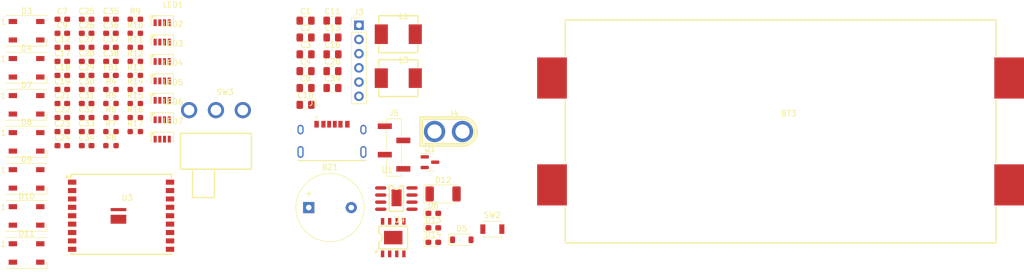
<source format=kicad_pcb>
(kicad_pcb (version 20221018) (generator pcbnew)
  (layers (0 "F.Cu" signal) (31 "B.Cu" signal) (34 "B.Paste" user) (35 "F.Paste" user) (36 "B.SilkS" user "B.Silkscreen") (37 "F.SilkS" user "F.Silkscreen") (38 "B.Mask" user) (39 "F.Mask" user) (44 "Edge.Cuts" user))
  (net 0 "")
  (net 1 "+BATT")
  (net 2 "GNDPWR")
  (net 3 "+3V3")
  (net 4 "Net-(BZ1-+)")
  (net 5 "Net-(U4-VIN)")
  (net 6 "Net-(U4-VBS)")
  (net 7 "Net-(U1-BOOT)")
  (net 8 "Net-(D12-K)")
  (net 9 "Net-(U1-SS)")
  (net 10 "Net-(C19-Pad1)")
  (net 11 "GNDD")
  (net 12 "/EN")
  (net 13 "Net-(LED7-VDD)")
  (net 14 "Net-(C37-Pad1)")
  (net 15 "Net-(U1-COMP)")
  (net 16 "Net-(D3-DOUT)")
  (net 17 "Net-(D3-DIN)")
  (net 19 "Net-(D6-K)")
  (net 20 "Net-(D6-A)")
  (net 21 "Net-(D7-DIN)")
  (net 22 "Net-(D8-DIN)")
  (net 23 "Net-(D11-DOUT)")
  (net 24 "Net-(D10-DOUT)")
  (net 25 "Net-(D10-DIN)")
  (net 26 "Net-(D13-A)")
  (net 27 "Net-(D14-A)")
  (net 30 "/IO9")
  (net 31 "/RXD")
  (net 32 "/TXD")
  (net 33 "Net-(J4-Pin_1)")
  (net 34 "/ESP_TX")
  (net 35 "/ESP_RX")
  (net 36 "Net-(U4-LX)")
  (net 37 "Net-(LED1-DI)")
  (net 38 "Net-(LED2-DI)")
  (net 39 "Net-(LED3-DI)")
  (net 40 "Net-(LED4-DI)")
  (net 41 "Net-(LED5-DI)")
  (net 42 "Net-(LED6-DI)")
  (net 43 "/RGB")
  (net 44 "Net-(Q1-G)")
  (net 45 "Net-(U3-IO8)")
  (net 46 "/beep")
  (net 47 "Net-(U4-ICHG)")
  (net 48 "/BAT_FB")
  (net 49 "Net-(U1-VSNS)")
  (footprint "Capacitor_SMD:C_0603_1608Metric_Pad1.08x0.95mm_HandSolder" (layer "F.Cu") (at 55.178 63.1)
    (fp_text reference "C36" (at 0 -1.43) (layer "F.SilkS"))
    (fp_text value "100n")
    (pad "1" smd roundrect (at -0.8625 0) (size 1.075 0.95) (layers "F.Cu" "F.Paste" "F.Mask") (net 2 "GNDPWR"))
    (pad "2" smd roundrect (at 0.8625 0) (size 1.075 0.95) (layers "F.Cu" "F.Paste" "F.Mask") (net 13 "Net-(LED7-VDD)"))
  )
  (footprint "Resistor_SMD:R_0603_1608Metric_Pad0.98x0.95mm_HandSolder" (layer "F.Cu") (at 55.178 73.14)
    (fp_text reference "R4" (at 0 -1.43) (layer "F.SilkS"))
    (fp_text value "10k")
    (pad "1" smd roundrect (at -0.9125 0) (size 0.975 0.95) (layers "F.Cu" "F.Paste" "F.Mask") (net 12 "/EN"))
    (pad "2" smd roundrect (at 0.9125 0) (size 0.975 0.95) (layers "F.Cu" "F.Paste" "F.Mask") (net 3 "+3V3"))
  )
  (footprint "Capacitor_SMD:C_0805_2012Metric_Pad1.18x1.45mm_HandSolder" (layer "F.Cu") (at 89.958 66.86)
    (fp_text reference "C3" (at 0 -1.68) (layer "F.SilkS"))
    (fp_text value "22u")
    (pad "1" smd roundrect (at -1.0375 0) (size 1.175 1.45) (layers "F.Cu" "F.Paste" "F.Mask") (roundrect_rratio 0.212766) (net 2 "GNDPWR"))
    (pad "2" smd roundrect (at 1.0375 0) (size 1.175 1.45) (layers "F.Cu" "F.Paste" "F.Mask") (roundrect_rratio 0.212766) (net 3 "+3V3"))
  )
  (footprint "Capacitor_SMD:C_0805_2012Metric_Pad1.18x1.45mm_HandSolder" (layer "F.Cu") (at 94.768 63.85)
    (fp_text reference "C13" (at 0 -1.68) (layer "F.SilkS"))
    (fp_text value "10u")
    (pad "1" smd roundrect (at -1.0375 0) (size 1.175 1.45) (layers "F.Cu" "F.Paste" "F.Mask") (roundrect_rratio 0.212766) (net 1 "+BATT"))
    (pad "2" smd roundrect (at 1.0375 0) (size 1.175 1.45) (layers "F.Cu" "F.Paste" "F.Mask") (roundrect_rratio 0.212766) (net 2 "GNDPWR"))
  )
  (footprint "Capacitor_SMD:C_0603_1608Metric_Pad1.08x0.95mm_HandSolder" (layer "F.Cu") (at 46.478 73.14)
    (fp_text reference "C19" (at 0 -1.43) (layer "F.SilkS"))
    (fp_text value "1n")
    (pad "1" smd roundrect (at -0.8625 0) (size 1.075 0.95) (layers "F.Cu" "F.Paste" "F.Mask") (net 10 "Net-(C19-Pad1)"))
    (pad "2" smd roundrect (at 0.8625 0) (size 1.075 0.95) (layers "F.Cu" "F.Paste" "F.Mask") (net 2 "GNDPWR"))
  )
  (footprint "Capacitor_SMD:C_0805_2012Metric_Pad1.18x1.45mm_HandSolder" (layer "F.Cu") (at 89.958 72.88)
    (fp_text reference "C8" (at 0 -1.68) (layer "F.SilkS"))
    (fp_text value "10u")
    (pad "1" smd roundrect (at -1.0375 0) (size 1.175 1.45) (layers "F.Cu" "F.Paste" "F.Mask") (roundrect_rratio 0.212766) (net 5 "Net-(U4-VIN)"))
    (pad "2" smd roundrect (at 1.0375 0) (size 1.175 1.45) (layers "F.Cu" "F.Paste" "F.Mask") (roundrect_rratio 0.212766) (net 2 "GNDPWR"))
  )
  (footprint "LED_SMD:LED_0603_1608Metric_Pad1.05x0.95mm_HandSolder" (layer "F.Cu") (at 112.793 100.46)
    (fp_text reference "D14" (at 0 -1.43) (layer "F.SilkS"))
    (fp_text value "LED")
    (pad "1" smd roundrect (at -0.875 0) (size 1.05 0.95) (layers "F.Cu" "F.Paste" "F.Mask") (net 2 "GNDPWR"))
    (pad "2" smd roundrect (at 0.875 0) (size 1.05 0.95) (layers "F.Cu" "F.Paste" "F.Mask") (net 27 "Net-(D14-A)"))
  )
  (footprint "Capacitor_SMD:C_0805_2012Metric_Pad1.18x1.45mm_HandSolder" (layer "F.Cu") (at 89.958 63.85)
    (fp_text reference "C2" (at 0 -1.68) (layer "F.SilkS"))
    (fp_text value "22u")
    (pad "1" smd roundrect (at -1.0375 0) (size 1.175 1.45) (layers "F.Cu" "F.Paste" "F.Mask") (roundrect_rratio 0.212766) (net 2 "GNDPWR"))
    (pad "2" smd roundrect (at 1.0375 0) (size 1.175 1.45) (layers "F.Cu" "F.Paste" "F.Mask") (roundrect_rratio 0.212766) (net 3 "+3V3"))
  )
  (footprint "Capacitor_SMD:C_0603_1608Metric_Pad1.08x0.95mm_HandSolder" (layer "F.Cu") (at 50.828 70.63)
    (fp_text reference "C29" (at 0 -1.43) (layer "F.SilkS"))
    (fp_text value "100n")
    (pad "1" smd roundrect (at -0.8625 0) (size 1.075 0.95) (layers "F.Cu" "F.Paste" "F.Mask") (net 2 "GNDPWR"))
    (pad "2" smd roundrect (at 0.8625 0) (size 1.075 0.95) (layers "F.Cu" "F.Paste" "F.Mask") (net 3 "+3V3"))
  )
  (footprint "Resistor_SMD:R_0603_1608Metric_Pad0.98x0.95mm_HandSolder" (layer "F.Cu") (at 59.528 60.59)
    (fp_text reference "R9" (at 0 -1.43) (layer "F.SilkS"))
    (fp_text value "7m")
    (pad "1" smd roundrect (at -0.9125 0) (size 0.975 0.95) (layers "F.Cu" "F.Paste" "F.Mask") (net 14 "Net-(C37-Pad1)"))
    (pad "2" smd roundrect (at 0.9125 0) (size 0.975 0.95) (layers "F.Cu" "F.Paste" "F.Mask") (net 1 "+BATT"))
  )
  (footprint "LED_SMD:LED_WS2812B_PLCC4_5.0x5.0mm_P3.2mm" (layer "F.Cu") (at 40.093 102.365)
    (fp_text reference "D11" (at 0 -3.5) (layer "F.SilkS"))
    (fp_text value "WS2812B")
    (fp_text user "1" (at -4.15 -1.6) (layer "F.SilkS"))
    (pad "1" smd rect (at -2.45 -1.65) (size 1.5 0.9) (layers "F.Cu" "F.Paste" "F.Mask") (net 3 "+3V3"))
    (pad "2" smd rect (at -2.45 1.65) (size 1.5 0.9) (layers "F.Cu" "F.Paste" "F.Mask") (net 23 "Net-(D11-DOUT)"))
    (pad "3" smd rect (at 2.45 1.65) (size 1.5 0.9) (layers "F.Cu" "F.Paste" "F.Mask") (net 2 "GNDPWR"))
    (pad "4" smd rect (at 2.45 -1.65) (size 1.5 0.9) (layers "F.Cu" "F.Paste" "F.Mask") (net 24 "Net-(D10-DOUT)"))
  )
  (footprint "Resistor_SMD:R_0603_1608Metric_Pad0.98x0.95mm_HandSolder" (layer "F.Cu") (at 59.528 80.67)
    (fp_text reference "R17" (at 0 -1.43) (layer "F.SilkS"))
    (fp_text value "1k")
    (pad "1" smd roundrect (at -0.9125 0) (size 0.975 0.95) (layers "F.Cu" "F.Paste" "F.Mask") (net 3 "+3V3"))
    (pad "2" smd roundrect (at 0.9125 0) (size 0.975 0.95) (layers "F.Cu" "F.Paste" "F.Mask") (net 27 "Net-(D14-A)"))
  )
  (footprint "Diode_SMD:D_SOD-123" (layer "F.Cu") (at 117.883 100.01)
    (fp_text reference "D5" (at 0 -2) (layer "F.SilkS"))
    (fp_text value "1N4148W")
    (pad "1" smd roundrect (at -1.65 0) (size 0.9 1.2) (layers "F.Cu" "F.Paste" "F.Mask") (net 3 "+3V3"))
    (pad "2" smd roundrect (at 1.65 0) (size 0.9 1.2) (layers "F.Cu" "F.Paste" "F.Mask") (net 4 "Net-(BZ1-+)"))
  )
  (footprint "bat_rf:LED-SMD_4P-L4.0-W1.7_M4020-03003-RGB-862-001" (layer "F.Cu") (at 64.333 61.205)
    (fp_text reference "LED1" (at 0 -3.207) (layer "F.SilkS") (effects (justify left)))
    (fp_text value "XL-4020RGBC-WS2812B")
    (pad "1" smd rect (at -1.26 0) (size 0.55 1.2) (layers "F.Cu" "F.Paste" "F.Mask") (net 2 "GNDPWR"))
    (pad "2" smd rect (at -0.42 0) (size 0.55 1.2) (layers "F.Cu" "F.Paste" "F.Mask") (net 25 "Net-(D10-DIN)"))
    (pad "3" smd rect (at 0.42 0) (size 0.55 1.2) (layers "F.Cu" "F.Paste" "F.Mask") (net 3 "+3V3"))
    (pad "4" smd rect (at 1.26 0) (size 0.55 1.2) (layers "F.Cu" "F.Paste" "F.Mask") (net 37 "Net-(LED1-DI)"))
  )
  (footprint "bat_rf:BAT-SMD_BH-18650-B1BA007" (layer "F.Cu") (at 174.865 80.645)
    (fp_text reference "BT3" (at 0 -3.207) (layer "F.SilkS") (effects (justify left)))
    (fp_text value "Battery")
    (pad "" np_thru_hole circle (at -27.7 0) (size 3.2 3.2) (drill 3.2) (layers "*.Cu" "*.Mask"))
    (pad "" np_thru_hole circle (at 27.7 0) (size 3.2 3.2) (drill 3.2) (layers "*.Cu" "*.Mask"))
    (pad "" np_thru_hole circle (at 35.93 17.4) (size 1.8 1.8) (drill 1.8) (layers "*.Cu" "*.Mask"))
    (pad "1" smd rect (at -40.855 -9.55) (size 5.32 7.35) (layers "F.Cu" "F.Paste" "F.Mask") (net 1 "+BATT"))
    (pad "2" smd rect (at 40.855 -9.55) (size 5.32 7.35) (layers "F.Cu" "F.Paste" "F.Mask") (net 2 "GNDPWR"))
    (pad "3" smd rect (at -40.855 9.55) (size 5.32 7.35) (layers "F.Cu" "F.Paste" "F.Mask"))
    (pad "4" smd rect (at 40.855 9.55) (size 5.32 7.35) (layers "F.Cu" "F.Paste" "F.Mask"))
  )
  (footprint "LED_SMD:LED_0603_1608Metric_Pad1.05x0.95mm_HandSolder" (layer "F.Cu") (at 112.793 97.87)
    (fp_text reference "D13" (at 0 -1.43) (layer "F.SilkS"))
    (fp_text value "LED")
    (pad "1" smd roundrect (at -0.875 0) (size 1.05 0.95) (layers "F.Cu" "F.Paste" "F.Mask") (net 2 "GNDPWR"))
    (pad "2" smd roundrect (at 0.875 0) (size 1.05 0.95) (layers "F.Cu" "F.Paste" "F.Mask") (net 26 "Net-(D13-A)"))
  )
  (footprint "bat_rf:LED-SMD_4P-L4.0-W1.7_M4020-03003-RGB-862-001" (layer "F.Cu") (at 64.333 64.675)
    (fp_text reference "LED2" (at 0 -3.207) (layer "F.SilkS") (effects (justify left)))
    (fp_text value "XL-4020RGBC-WS2812B")
    (pad "1" smd rect (at -1.26 0) (size 0.55 1.2) (layers "F.Cu" "F.Paste" "F.Mask") (net 2 "GNDPWR"))
    (pad "2" smd rect (at -0.42 0) (size 0.55 1.2) (layers "F.Cu" "F.Paste" "F.Mask") (net 37 "Net-(LED1-DI)"))
    (pad "3" smd rect (at 0.42 0) (size 0.55 1.2) (layers "F.Cu" "F.Paste" "F.Mask") (net 3 "+3V3"))
    (pad "4" smd rect (at 1.26 0) (size 0.55 1.2) (layers "F.Cu" "F.Paste" "F.Mask") (net 38 "Net-(LED2-DI)"))
  )
  (footprint "Package_TO_SOT_SMD:SOT-23" (layer "F.Cu") (at 112.198 86.14)
    (fp_text reference "Q1" (at 0 -2.4) (layer "F.SilkS"))
    (fp_text value "NMOS")
    (pad "1" smd roundrect (at -0.9375 -0.95) (size 1.475 0.6) (layers "F.Cu" "F.Paste" "F.Mask") (net 4 "Net-(BZ1-+)"))
    (pad "2" smd roundrect (at -0.9375 0.95) (size 1.475 0.6) (layers "F.Cu" "F.Paste" "F.Mask") (net 44 "Net-(Q1-G)"))
    (pad "3" smd roundrect (at 0.9375 0) (size 1.475 0.6) (layers "F.Cu" "F.Paste" "F.Mask") (net 2 "GNDPWR"))
  )
  (footprint "Resistor_SMD:R_0603_1608Metric_Pad0.98x0.95mm_HandSolder" (layer "F.Cu") (at 55.178 80.67)
    (fp_text reference "R7" (at 0 -1.43) (layer "F.SilkS"))
    (fp_text value "10k")
    (pad "1" smd roundrect (at -0.9125 0) (size 0.975 0.95) (layers "F.Cu" "F.Paste" "F.Mask") (net 2 "GNDPWR"))
    (pad "2" smd roundrect (at 0.9125 0) (size 0.975 0.95) (layers "F.Cu" "F.Paste" "F.Mask") (net 44 "Net-(Q1-G)"))
  )
  (footprint "Resistor_SMD:R_0603_1608Metric_Pad0.98x0.95mm_HandSolder" (layer "F.Cu") (at 55.178 78.16)
    (fp_text reference "R6" (at 0 -1.43) (layer "F.SilkS"))
    (fp_text value "100R")
    (pad "1" smd roundrect (at -0.9125 0) (size 0.975 0.95) (layers "F.Cu" "F.Paste" "F.Mask") (net 46 "/beep"))
    (pad "2" smd roundrect (at 0.9125 0) (size 0.975 0.95) (layers "F.Cu" "F.Paste" "F.Mask") (net 44 "Net-(Q1-G)"))
  )
  (footprint "LED_SMD:LED_WS2812B_PLCC4_5.0x5.0mm_P3.2mm" (layer "F.Cu") (at 40.093 95.745)
    (fp_text reference "D10" (at 0 -3.5) (layer "F.SilkS"))
    (fp_text value "WS2812B")
    (fp_text user "1" (at -4.15 -1.6) (layer "F.SilkS"))
    (pad "1" smd rect (at -2.45 -1.65) (size 1.5 0.9) (layers "F.Cu" "F.Paste" "F.Mask") (net 3 "+3V3"))
    (pad "2" smd rect (at -2.45 1.65) (size 1.5 0.9) (layers "F.Cu" "F.Paste" "F.Mask") (net 24 "Net-(D10-DOUT)"))
    (pad "3" smd rect (at 2.45 1.65) (size 1.5 0.9) (layers "F.Cu" "F.Paste" "F.Mask") (net 2 "GNDPWR"))
    (pad "4" smd rect (at 2.45 -1.65) (size 1.5 0.9) (layers "F.Cu" "F.Paste" "F.Mask") (net 25 "Net-(D10-DIN)"))
  )
  (footprint "Capacitor_SMD:C_0805_2012Metric_Pad1.18x1.45mm_HandSolder" (layer "F.Cu") (at 94.768 69.87)
    (fp_text reference "C20" (at 0 -1.68) (layer "F.SilkS"))
    (fp_text value "10u")
    (pad "1" smd roundrect (at -1.0375 0) (size 1.175 1.45) (layers "F.Cu" "F.Paste" "F.Mask") (roundrect_rratio 0.212766) (net 3 "+3V3"))
    (pad "2" smd roundrect (at 1.0375 0) (size 1.175 1.45) (layers "F.Cu" "F.Paste" "F.Mask") (roundrect_rratio 0.212766) (net 11 "GNDD"))
  )
  (footprint "bat_rf:LED-SMD_4P-L4.0-W1.7_M4020-03003-RGB-862-001" (layer "F.Cu") (at 64.333 71.615)
    (fp_text reference "LED4" (at 0 -3.207) (layer "F.SilkS") (effects (justify left)))
    (fp_text value "XL-4020RGBC-WS2812B")
    (pad "1" smd rect (at -1.26 0) (size 0.55 1.2) (layers "F.Cu" "F.Paste" "F.Mask") (net 2 "GNDPWR"))
    (pad "2" smd rect (at -0.42 0) (size 0.55 1.2) (layers "F.Cu" "F.Paste" "F.Mask") (net 39 "Net-(LED3-DI)"))
    (pad "3" smd rect (at 0.42 0) (size 0.55 1.2) (layers "F.Cu" "F.Paste" "F.Mask") (net 3 "+3V3"))
    (pad "4" smd rect (at 1.26 0) (size 0.55 1.2) (layers "F.Cu" "F.Paste" "F.Mask") (net 40 "Net-(LED4-DI)"))
  )
  (footprint "Resistor_SMD:R_0603_1608Metric_Pad0.98x0.95mm_HandSolder" (layer "F.Cu") (at 59.528 78.16)
    (fp_text reference "R16" (at 0 -1.43) (layer "F.SilkS"))
    (fp_text value "10.2k")
    (pad "1" smd roundrect (at -0.9125 0) (size 0.975 0.95) (layers "F.Cu" "F.Paste" "F.Mask") (net 2 "GNDPWR"))
    (pad "2" smd roundrect (at 0.9125 0) (size 0.975 0.95) (layers "F.Cu" "F.Paste" "F.Mask") (net 49 "Net-(U1-VSNS)"))
  )
  (footprint "Capacitor_SMD:C_0603_1608Metric_Pad1.08x0.95mm_HandSolder" (layer "F.Cu") (at 46.478 78.16)
    (fp_text reference "C22" (at 0 -1.43) (layer "F.SilkS"))
    (fp_text value "100n")
    (pad "1" smd roundrect (at -0.8625 0) (size 1.075 0.95) (layers "F.Cu" "F.Paste" "F.Mask") (net 12 "/EN"))
    (pad "2" smd roundrect (at 0.8625 0) (size 1.075 0.95) (layers "F.Cu" "F.Paste" "F.Mask") (net 11 "GNDD"))
  )
  (footprint "LED_SMD:LED_WS2812B_PLCC4_5.0x5.0mm_P3.2mm" (layer "F.Cu") (at 40.093 69.265)
    (fp_text reference "D4" (at 0 -3.5) (layer "F.SilkS"))
    (fp_text value "WS2812B")
    (fp_text user "1" (at -4.15 -1.6) (layer "F.SilkS"))
    (pad "1" smd rect (at -2.45 -1.65) (size 1.5 0.9) (layers "F.Cu" "F.Paste" "F.Mask") (net 3 "+3V3"))
    (pad "2" smd rect (at -2.45 1.65) (size 1.5 0.9) (layers "F.Cu" "F.Paste" "F.Mask"))
    (pad "3" smd rect (at 2.45 1.65) (size 1.5 0.9) (layers "F.Cu" "F.Paste" "F.Mask") (net 2 "GNDPWR"))
    (pad "4" smd rect (at 2.45 -1.65) (size 1.5 0.9) (layers "F.Cu" "F.Paste" "F.Mask") (net 16 "Net-(D3-DOUT)"))
  )
  (footprint "Capacitor_SMD:C_0603_1608Metric_Pad1.08x0.95mm_HandSolder" (layer "F.Cu") (at 46.478 80.67)
    (fp_text reference "C23" (at 0 -1.43) (layer "F.SilkS"))
    (fp_text value "100n")
    (pad "1" smd roundrect (at -0.8625 0) (size 1.075 0.95) (layers "F.Cu" "F.Paste" "F.Mask") (net 2 "GNDPWR"))
    (pad "2" smd roundrect (at 0.8625 0) (size 1.075 0.95) (layers "F.Cu" "F.Paste" "F.Mask") (net 3 "+3V3"))
  )
  (footprint "Resistor_SMD:R_0603_1608Metric_Pad0.98x0.95mm_HandSolder" (layer "F.Cu") (at 59.528 70.63)
    (fp_text reference "R13" (at 0 -1.43) (layer "F.SilkS"))
    (fp_text value "1k")
    (pad "1" smd roundrect (at -0.9125 0) (size 0.975 0.95) (layers "F.Cu" "F.Paste" "F.Mask") (net 3 "+3V3"))
    (pad "2" smd roundrect (at 0.9125 0) (size 0.975 0.95) (layers "F.Cu" "F.Paste" "F.Mask") (net 26 "Net-(D13-A)"))
  )
  (footprint "Capacitor_SMD:C_0603_1608Metric_Pad1.08x0.95mm_HandSolder" (layer "F.Cu") (at 46.478 70.63)
    (fp_text reference "C18" (at 0 -1.43) (layer "F.SilkS"))
    (fp_text value "8.2n")
    (pad "1" smd roundrect (at -0.8625 0) (size 1.075 0.95) (layers "F.Cu" "F.Paste" "F.Mask") (net 2 "GNDPWR"))
    (pad "2" smd roundrect (at 0.8625 0) (size 1.075 0.95) (layers "F.Cu" "F.Paste" "F.Mask") (net 9 "Net-(U1-SS)"))
  )
  (footprint "Capacitor_SMD:C_0603_1608Metric_Pad1.08x0.95mm_HandSolder" (layer "F.Cu") (at 46.478 63.1)
    (fp_text reference "C9" (at 0 -1.43) (layer "F.SilkS"))
    (fp_text value "1u")
    (pad "1" smd roundrect (at -0.8625 0) (size 1.075 0.95) (layers "F.Cu" "F.Paste" "F.Mask") (net 6 "Net-(U4-VBS)"))
    (pad "2" smd roundrect (at 0.8625 0) (size 1.075 0.95) (layers "F.Cu" "F.Paste" "F.Mask") (net 2 "GNDPWR"))
  )
  (footprint "Capacitor_SMD:C_0805_2012Metric_Pad1.18x1.45mm_HandSolder" (layer "F.Cu") (at 94.768 66.86)
    (fp_text reference "C16" (at 0 -1.68) (layer "F.SilkS"))
    (fp_text value "22u")
    (pad "1" smd roundrect (at -1.0375 0) (size 1.175 1.45) (layers "F.Cu" "F.Paste" "F.Mask") (roundrect_rratio 0.212766) (net 1 "+BATT"))
    (pad "2" smd roundrect (at 1.0375 0) (size 1.175 1.45) (layers "F.Cu" "F.Paste" "F.Mask") (roundrect_rratio 0.212766) (net 2 "GNDPWR"))
  )
  (footprint "Capacitor_SMD:C_0805_2012Metric_Pad1.18x1.45mm_HandSolder" (layer "F.Cu") (at 89.958 69.87)
    (fp_text reference "C4" (at 0 -1.68) (layer "F.SilkS"))
    (fp_text value "22u")
    (pad "1" smd roundrect (at -1.0375 0) (size 1.175 1.45) (layers "F.Cu" "F.Paste" "F.Mask") (roundrect_rratio 0.212766) (net 2 "GNDPWR"))
    (pad "2" smd roundrect (at 1.0375 0) (size 1.175 1.45) (layers "F.Cu" "F.Paste" "F.Mask") (roundrect_rratio 0.212766) (net 3 "+3V3"))
  )
  (footprint "bat_rf:LED-SMD_4P-L4.0-W1.7_M4020-03003-RGB-862-001" (layer "F.Cu") (at 64.333 82.025)
    (fp_text reference "LED7" (at 0 -3.207) (layer "F.SilkS") (effects (justify left)))
    (fp_text value "XL-4020RGBC-WS2812B")
    (pad "1" smd rect (at -1.26 0) (size 0.55 1.2) (layers "F.Cu" "F.Paste" "F.Mask") (net 2 "GNDPWR"))
    (pad "2" smd rect (at -0.42 0) (size 0.55 1.2) (layers "F.Cu" "F.Paste" "F.Mask") (net 42 "Net-(LED6-DI)"))
    (pad "3" smd rect (at 0.42 0) (size 0.55 1.2) (layers "F.Cu" "F.Paste" "F.Mask") (net 13 "Net-(LED7-VDD)"))
    (pad "4" smd rect (at 1.26 0) (size 0.55 1.2) (layers "F.Cu" "F.Paste" "F.Mask") (net 43 "/RGB"))
  )
  (footprint "bat_rf:GCT_USB4515-GF-A_REVA" (layer "F.Cu") (at 94.678 84.305)
    (fp_text reference "J1" (at -3.245 -8.755) (layer "F.SilkS"))
    (fp_text value "USB_C_Receptacle_PowerOnly_6P")
    (fp_line (start -6.62 1.55) (end -4.62 1.55) (stroke (width 0.01)) (layer "Edge.Cuts"))
    (fp_line (start -4.62 1.55) (end -4.62 -4.15) (stroke (width 0.01)) (layer "Edge.Cuts"))
    (fp_line (start -3.95 -4.15) (end 3.95 -4.15) (stroke (width 0.01)) (layer "Edge.Cuts"))
    (fp_line (start 4.62 -4.15) (end 4.62 1.55) (stroke (width 0.01)) (layer "Edge.Cuts"))
    (fp_line (start 4.62 1.55) (end 6.62 1.55) (stroke (width 0.01)) (layer "Edge.Cuts"))
    (fp_arc (start -4.62 -4.15) (mid -4.359942 -4.447699) (end -4.03 -4.23) (stroke (width 0.01)) (layer "Edge.Cuts"))
    (fp_arc (start -3.95 -4.15) (mid -4.003271 -4.176729) (end -4.03 -4.23) (stroke (width 0.01)) (layer "Edge.Cuts"))
    (fp_arc (start 4.03 -4.23) (mid 4.00328 -4.17672) (end 3.95 -4.15) (stroke (width 0.01)) (layer "Edge.Cuts"))
    (fp_arc (start 4.03 -4.23) (mid 4.359946 -4.447703) (end 4.62 -4.15) (stroke (width 0.01)) (layer "Edge.Cuts"))
    (pad "A5" smd rect (at -0.5 -4.95) (size 0.7 1.2) (layers "F.Cu" "F.Paste" "F.Mask"))
    (pad "A9" smd rect (at 1.52 -4.95) (size 0.76 1.2) (layers "F.Cu" "F.Paste" "F.Mask") (net 5 "Net-(U4-VIN)"))
    (pad "A12" smd rect (at 2.75 -4.95) (size 0.8 1.2) (layers "F.Cu" "F.Paste" "F.Mask") (net 2 "GNDPWR"))
    (pad "B5" smd rect (at 0.5 -4.95) (size 0.7 1.2) (layers "F.Cu" "F.Paste" "F.Mask"))
    (pad "B9" smd rect (at -1.52 -4.95) (size 0.76 1.2) (layers "F.Cu" "F.Paste" "F.Mask") (net 5 "Net-(U4-VIN)"))
    (pad "B12" smd rect (at -2.75 -4.95) (size 0.8 1.2) (layers "F.Cu" "F.Paste" "F.Mask") (net 2 "GNDPWR"))
    (pad "S1" thru_hole oval (at -5.62 0) (size 1.1 2.1) (drill oval 0.6 1.6) (layers "*.Cu" "*.Mask") (net 2 "GNDPWR"))
    (pad "S2" thru_hole oval (at 5.62 0) (size 1.1 2.1) (drill oval 0.6 1.6) (layers "*.Cu" "*.Mask"))
    (pad "S3" thru_hole oval (at -5.62 -4) (size 1.1 1.7) (drill oval 0.6 1.2) (layers "*.Cu" "*.Mask"))
    (pad "S4" thru_hole oval (at 5.62 -4) (size 1.1 1.7) (drill oval 0.6 1.2) (layers "*.Cu" "*.Mask"))
  )
  (footprint "Capacitor_SMD:C_0603_1608Metric_Pad1.08x0.95mm_HandSolder" (layer "F.Cu") (at 46.478 75.65)
    (fp_text reference "C21" (at 0 -1.43) (layer "F.SilkS"))
    (fp_text value "100n")
    (pad "1" smd roundrect (at -0.8625 0) (size 1.075 0.95) (layers "F.Cu" "F.Paste" "F.Mask") (net 3 "+3V3"))
    (pad "2" smd roundrect (at 0.8625 0) (size 1.075 0.95) (layers "F.Cu" "F.Paste" "F.Mask") (net 11 "GNDD"))
  )
  (footprint "Capacitor_SMD:C_0603_1608Metric_Pad1.08x0.95mm_HandSolder" (layer "F.Cu") (at 50.828 83.18)
    (fp_text reference "C34" (at 0 -1.43) (layer "F.SilkS"))
    (fp_text value "100n")
    (pad "1" smd roundrect (at -0.8625 0) (size 1.075 0.95) (layers "F.Cu" "F.Paste" "F.Mask") (net 2 "GNDPWR"))
    (pad "2" smd roundrect (at 0.8625 0) (size 1.075 0.95) (layers "F.Cu" "F.Paste" "F.Mask") (net 3 "+3V3"))
  )
  (footprint "bat_rf:WIFIM-SMD_19P-L18.0-W14.3-P1.50_ESP8684-WROOM-02UC" (layer "F.Cu") (at 56.985 95.71)
    (fp_text reference "U3" (at 0 -3.207) (layer "F.SilkS") (effects (justify left)))
    (fp_text value "ESP8684-WROOM-02UC")
    (pad "1" smd rect (at -8.75 -6) (size 1.5 0.9) (layers "F.Cu" "F.Paste" "F.Mask") (net 3 "+3V3"))
    (pad "2" smd rect (at -8.75 -4.5) (size 1.5 0.9) (layers "F.Cu" "F.Paste" "F.Mask") (net 12 "/EN"))
    (pad "3" smd rect (at -8.75 -3) (size 1.5 0.9) (layers "F.Cu" "F.Paste" "F.Mask"))
    (pad "4" smd rect (at -8.75 -1.5) (size 1.5 0.9) (layers "F.Cu" "F.Paste" "F.Mask") (net 2 "GNDPWR"))
    (pad "5" smd rect (at -8.75 0) (size 1.5 0.9) (layers "F.Cu" "F.Paste" "F.Mask") (net 48 "/BAT_FB"))
    (pad "6" smd rect (at -8.75 1.5) (size 1.5 0.9) (layers "F.Cu" "F.Paste" "F.Mask"))
    (pad "7" smd rect (at -8.75 3) (size 1.5 0.9) (layers "F.Cu" "F.Paste" "F.Mask") (net 45 "Net-(U3-IO8)"))
    (pad "8" smd rect (at -8.75 4.5) (size 1.5 0.9) (layers "F.Cu" "F.Paste" "F.Mask") (net 30 "/IO9"))
    (pad "9" smd rect (at -8.75 6) (size 1.5 0.9) (layers "F.Cu" "F.Paste" "F.Mask") (net 11 "GNDD"))
    (pad "10" smd rect (at 8.75 6) (size 1.5 0.9) (layers "F.Cu" "F.Paste" "F.Mask"))
    (pad "11" smd rect (at 8.75 4.5) (size 1.5 0.9) (layers "F.Cu" "F.Paste" "F.Mask") (net 31 "/RXD"))
    (pad "12" smd rect (at 8.75 3) (size 1.5 0.9) (layers "F.Cu" "F.Paste" "F.Mask") (net 32 "/TXD"))
    (pad "13" smd rect (at 8.75 1.5) (size 1.5 0.9) (layers "F.Cu" "F.Paste" "F.Mask"))
    (pad "14" smd rect (at 8.75 0) (size 1.5 0.9) (layers "F.Cu" "F.Paste" "F.Mask"))
    (pad "15" smd rect (at 8.75 -1.5) (size 1.5 0.9) (layers "F.Cu" "F.Paste" "F.Mask") (net 43 "/RGB"))
    (pad "16" smd rect (at 8.75 -3) (size 1.5 0.9) (layers "F.Cu" "F.Paste" "F.Mask") (net 46 "/beep"))
    (pad "17" smd rect (at 8.75 -4.5) (size 1.5 0.9) (layers "F.Cu" "F.Paste" "F.Mask") (net 35 "/ESP_RX"))
    (pad "18" smd rect (at 8.75 -6) (size 1.5 0.9) (layers "F.Cu" "F.Paste" "F.Mask") (net 34 "/ESP_TX"))
    (pad "19" smd rect (at -0.47 -1.095) (size 2.8 0.55) (layers "F.Cu" "F.Paste" "F.Mask") (net 11 "GNDD"))
    (pad "19" smd rect (at -0.47 0.63) (size 2.8 1.6) (layers "F.Cu" "F.Paste" "F.Mask") (net 11 "GNDD"))
  )
  (footprint "bat_rf:LED-SMD_4P-L4.0-W1.7_M4020-03003-RGB-862-001" (layer "F.Cu") (at 64.333 78.555)
    (fp_text reference "LED6" (at 0 -3.207) (layer "F.SilkS") (effects (justify left)))
    (fp_text value "XL-4020RGBC-WS2812B")
    (pad "1" smd rect (at -1.26 0) (size 0.55 1.2) (layers "F.Cu" "F.Paste" "F.Mask") (net 2 "GNDPWR"))
    (pad "2" smd rect (at -0.42 0) (size 0.55 1.2) (layers "F.Cu" "F.Paste" "F.Mask") (net 41 "Net-(LED5-DI)"))
    (pad "3" smd rect (at 0.42 0) (size 0.55 1.2) (layers "F.Cu" "F.Paste" "F.Mask") (net 3 "+3V3"))
    (pad "4" smd rect (at 1.26 0) (size 0.55 1.2) (layers "F.Cu" "F.Paste" "F.Mask") (net 42 "Net-(LED6-DI)"))
  )
  (footprint "Capacitor_SMD:C_0805_2012Metric_Pad1.18x1.45mm_HandSolder" (layer "F.Cu") (at 89.958 60.84)
    (fp_text reference "C1" (at 0 -1.68) (layer "F.SilkS"))
    (fp_text value "22u")
    (pad "1" smd roundrect (at -1.0375 0) (size 1.175 1.45) (layers "F.Cu" "F.Paste" "F.Mask") (roundrect_rratio 0.212766) (net 2 "GNDPWR"))
    (pad "2" smd roundrect (at 1.0375 0) (size 1.175 1.45) (layers "F.Cu" "F.Paste" "F.Mask") (roundrect_rratio 0.212766) (net 3 "+3V3"))
  )
  (footprint "Capacitor_SMD:C_0603_1608Metric_Pad1.08x0.95mm_HandSolder" (layer "F.Cu") (at 46.478 83.18)
    (fp_text reference "C24" (at 0 -1.43) (layer "F.SilkS"))
    (fp_text value "100n")
    (pad "1" smd roundrect (at -0.8625 0) (size 1.075 0.95) (layers "F.Cu" "F.Paste" "F.Mask") (net 2 "GNDPWR"))
    (pad "2" smd roundrect (at 0.8625 0) (size 1.075 0.95) (layers "F.Cu" "F.Paste" "F.Mask") (net 3 "+3V3"))
  )
  (footprint "Capacitor_SMD:C_0603_1608Metric_Pad1.08x0.95mm_HandSolder" (layer "F.Cu") (at 46.478 68.12)
    (fp_text reference "C17" (at 0 -1.43) (layer "F.SilkS"))
    (fp_text value "100n")
    (pad "1" smd roundrect (at -0.8625 0) (size 1.075 0.95) (layers "F.Cu" "F.Paste" "F.Mask") (net 7 "Net-(U1-BOOT)"))
    (pad "2" smd roundrect (at 0.8625 0) (size 1.075 0.95) (layers "F.Cu" "F.Paste" "F.Mask") (net 8 "Net-(D12-K)"))
  )
  (footprint "Capacitor_SMD:C_0603_1608Metric_Pad1.08x0.95mm_HandSolder" (layer "F.Cu") (at 50.828 80.67)
    (fp_text reference "C33" (at 0 -1.43) (layer "F.SilkS"))
    (fp_text value "100n")
    (pad "1" smd roundrect (at -0.8625 0) (size 1.075 0.95) (layers "F.Cu" "F.Paste" "F.Mask") (net 2 "GNDPWR"))
    (pad "2" smd roundrect (at 0.8625 0) (size 1.075 0.95) (layers "F.Cu" "F.Paste" "F.Mask") (net 3 "+3V3"))
  )
  (footprint "Capacitor_SMD:C_0805_2012Metric_Pad1.18x1.45mm_HandSolder" (layer "F.Cu") (at 89.958 75.89)
    (fp_text reference "C10" (at 0 -1.68) (layer "F.SilkS"))
    (fp_text value "22u")
    (pad "1" smd roundrect (at -1.0375 0) (size 1.175 1.45) (layers "F.Cu" "F.Paste" "F.Mask") (roundrect_rratio 0.212766) (net 6 "Net-(U4-VBS)"))
    (pad "2" smd roundrect (at 1.0375 0) (size 1.175 1.45) (layers "F.Cu" "F.Paste" "F.Mask") (roundrect_rratio 0.212766) (net 2 "GNDPWR"))
  )
  (footprint "bat_rf:SW-TH_3P-SS12D06-1" (layer "F.Cu") (at 73.94 76.835)
    (fp_text reference "SW3" (at 0 -3.207) (layer "F.SilkS") (effects (justify left)))
    (fp_text value "SW_DPDT_x2")
    (pad "1" thru_hole circle (at -4.8 0) (size 2.9 2.9) (drill 1.9) (layers "*.Cu" "*.Mask") (net 33 "Net-(J4-Pin_1)"))
    (pad "2" thru_hole circle (at 0 0) (size 2.9 2.9) (drill 1.9) (layers "*.Cu" "*.Mask") (net 1 "+BATT"))
    (pad "3" thru_hole circle (at 4.8 0) (size 2.9 2.9) (drill 1.9) (layers "*.Cu" "*.Mask"))
  )
  (footprint "bat_rf:ESOP-8_L4.9-W3.9-P1.27-LS6.0-BL-EP" (layer "F.Cu") (at 105.63 99.623)
    (fp_text reference "U4" (at 0 -3.207) (layer "F.SilkS") (effects (justify left)))
    (fp_text value "CS5090E")
    (pad "1" smd rect (at -1.905 2.908) (size 0.6 1.2) (layers "F.Cu" "F.Paste" "F.Mask") (net 5 "Net-(U4-VIN)"))
    (pad "2" smd rect (at -0.635 2.908) (size 0.6 1.2) (layers "F.Cu" "F.Paste" "F.Mask") (net 2 "GNDPWR"))
    (pad "3" smd rect (at 0.635 2.908) (size 0.6 1.2) (layers "F.Cu" "F.Paste" "F.Mask") (net 36 "Net-(U4-LX)"))
    (pad "4" smd rect (at 1.905 2.908) (size 0.6 1.2) (layers "F.Cu" "F.Paste" "F.Mask") (net 6 "Net-(U4-VBS)"))
    (pad "5" smd rect (at 1.905 -2.908) (size 0.6 1.2) (layers "F.Cu" "F.Paste" "F.Mask") (net 1 "+BATT"))
    (pad "6" smd rect (at 0.635 -2.908) (size 0.6 1.2) (layers "F.Cu" "F.Paste" "F.Mask") (net 47 "Net-(U4-ICHG)"))
    (pad "7" smd rect (at -0.635 -2.908) (size 0.6 1.2) (layers "F.Cu" "F.Paste" "F.Mask"))
    (pad "8" smd rect (at -1.905 -2.908) (size 0.6 1.2) (layers "F.Cu" "F.Paste" "F.Mask") (net 19 "Net-(D6-K)"))
    (pad "9" smd rect (at 0 0 180) (size 3.3 2.4) (layers "F.Cu" "F.Paste" "F.Mask") (net 2 "GNDPWR"))
  )
  (footprint "bat_rf:CONN-TH_XT30U-M" (layer "F.Cu") (at 115.513 80.655)
    (fp_text reference "J4" (at 0 -3.207) (layer "F.SilkS") (effects (justify left)))
    (fp_text value "Conn_01x02")
    (pad "1" thru_hole circle (at -2.5 0) (size 3.8 3.8) (drill 2.54) (layers "*.Cu" "*.Mask") (net 33 "Net-(J4-Pin_1)"))
    (pad "2" thru_hole circle (at 2.5 0) (size 3.8 3.8) (drill 2.54) (layers "*.Cu" "*.Mask") (net 2 "GNDPWR"))
  )
  (footprint "Capacitor_SMD:C_0805_2012Metric_Pad1.18x1.45mm_HandSolder" (layer "F.Cu") (at 94.768 72.88)
    (fp_text reference "C39" (at 0 -1.68) (layer "F.SilkS"))
    (fp_text value "22u")
    (pad "1" smd roundrect (at -1.0375 0) (size 1.175 1.45) (layers "F.Cu" "F.Paste" "F.Mask") (roundrect_rratio 0.212766) (net 2 "GNDPWR"))
    (pad "2" smd roundrect (at 1.0375 0) (size 1.175 1.45) (layers "F.Cu" "F.Paste" "F.Mask") (roundrect_rratio 0.212766) (net 3 "+3V3"))
  )
  (footprint "LED_SMD:LED_WS2812B_PLCC4_5.0x5.0mm_P3.2mm" (layer "F.Cu") (at 40.093 82.505)
    (fp_text reference "D8" (at 0 -3.5) (layer "F.SilkS"))
    (fp_text value "WS2812B")
    (fp_text user "1" (at -4.15 -1.6) (layer "F.SilkS"))
    (pad "1" smd rect (at -2.45 -1.65) (size 1.5 0.9) (layers "F.Cu" "F.Paste" "F.Mask") (net 3 "+3V3"))
    (pad "2" smd rect (at -2.45 1.65) (size 1.5 0.9) (layers "F.Cu" "F.Paste" "F.Mask") (net 21 "Net-(D7-DIN)"))
    (pad "3" smd rect (at 2.45 1.65) (size 1.5 0.9) (layers "F.Cu" "F.Paste" "F.Mask") (net 2 "GNDPWR"))
    (pad "4" smd rect (at 2.45 -1.65) (size 1.5 0.9) (layers "F.Cu" "F.Paste" "F.Mask") (net 22 "Net-(D8-DIN)"))
  )
  (footprint "LED_SMD:LED_WS2812B_PLCC4_5.0x5.0mm_P3.2mm" (layer "F.Cu") (at 40.093 89.125)
    (fp_text reference "D9" (at 0 -3.5) (layer "F.SilkS"))
    (fp_text value "WS2812B")
    (fp_text user "1" (at -4.15 -1.6) (layer "F.SilkS"))
    (pad "1" smd rect (at -2.45 -1.65) (size 1.5 0.9) (layers "F.Cu" "F.Paste" "F.Mask") (net 3 "+3V3"))
    (pad "2" smd rect (at -2.45 1.65) (size 1.5 0.9) (layers "F.Cu" "F.Paste" "F.Mask") (net 22 "Net-(D8-DIN)"))
    (pad "3" smd rect (at 2.45 1.65) (size 1.5 0.9) (layers "F.Cu" "F.Paste" "F.Mask") (net 2 "GNDPWR"))
    (pad "4" smd rect (at 2.45 -1.65) (size 1.5 0.9) (layers "F.Cu" "F.Paste" "F.Mask") (net 23 "Net-(D11-DOUT)"))
  )
  (footprint "LED_SMD:LED_WS2812B_PLCC4_5.0x5.0mm_P3.2mm" (layer "F.Cu") (at 40.093 62.645)
    (fp_text reference "D3" (at 0 -3.5) (layer "F.SilkS"))
    (fp_text value "WS2812B")
    (fp_text user "1" (at -4.15 -1.6) (layer "F.SilkS"))
    (pad "1" smd rect (at -2.45 -1.65) (size 1.5 0.9) (layers "F.Cu" "F.Paste" "F.Mask") (net 3 "+3V3"))
    (pad "2" smd rect (at -2.45 1.65) (size 1.5 0.9) (layers "F.Cu" "F.Paste" "F.Mask") (net 16 "Net-(D3-DOUT)"))
    (pad "3" smd rect (at 2.45 1.65) (size 1.5 0.9) (layers "F.Cu" "F.Paste" "F.Mask") (net 2 "GNDPWR"))
    (pad "4" smd rect (at 2.45 -1.65) (size 1.5 0.9) (layers "F.Cu" "F.Paste" "F.Mask") (net 17 "Net-(D3-DIN)"))
  )
  (footprint "Capacitor_SMD:C_0603_1608Metric_Pad1.08x0.95mm_HandSolder" (layer "F.Cu") (at 55.178 60.59)
    (fp_text reference "C35" (at 0 -1.43) (layer "F.SilkS"))
    (fp_text value "100n")
    (pad "1" smd roundrect (at -0.8625 0) (size 1.075 0.95) (layers "F.Cu" "F.Paste" "F.Mask") (net 2 "GNDPWR"))
    (pad "2" smd roundrect (at 0.8625 0) (size 1.075 0.95) (layers "F.Cu" "F.Paste" "F.Mask") (net 3 "+3V3"))
  )
  (footprint "Capacitor_SMD:C_0603_1608Metric_Pad1.08x0.95mm_HandSolder" (layer "F.Cu") (at 50.828 65.61)
    (fp_text reference "C27" (at 0 -1.43) (layer "F.SilkS"))
    (fp_text value "100n")
    (pad "1" smd roundrect (at -0.8625 0) (size 1.075 0.95) (layers "F.Cu" "F.Paste" "F.Mask") (net 2 "GNDPWR"))
    (pad "2" smd roundrect (at 0.8625 0) (size 1.075 0.95) (layers "F.Cu" "F.Paste" "F.Mask") (net 3 "+3V3"))
  )
  (footprint "Capacitor_SMD:C_0603_1608Metric_Pad1.08x0.95mm_HandSolder" (layer "F.Cu") (at 50.828 78.16)
    (fp_text reference "C32" (at 0 -1.43) (layer "F.SilkS"))
    (fp_text value "100n")
    (pad "1" smd roundrect (at -0.8625 0) (size 1.075 0.95) (layers "F.Cu" "F.Paste" "F.Mask") (net 2 "GNDPWR"))
    (pad "2" smd roundrect (at 0.8625 0) (size 1.075 0.95) (layers "F.Cu" "F.Paste" "F.Mask") (net 3 "+3V3"))
  )
  (footprint "Capacitor_SMD:C_0603_1608Metric_Pad1.08x0.95mm_HandSolder" (layer "F.Cu") (at 50.828 63.1)
    (fp_text reference "C26" (at 0 -1.43) (layer "F.SilkS"))
    (fp_text value "100n")
    (pad "1" smd roundrect (at -0.8625 0) (size 1.075 0.95) (layers "F.Cu" "F.Paste" "F.Mask") (net 2 "GNDPWR"))
    (pad "2" smd roundrect (at 0.8625 0) (size 1.075 0.95) (layers "F.Cu" "F.Paste" "F.Mask") (net 3 "+3V3"))
  )
  (footprint "LED_SMD:LED_0603_1608Metric_Pad1.05x0.95mm_HandSolder" (layer "F.Cu") (at 112.793 95.28)
    (fp_text reference "D6" (at 0 -1.43) (layer "F.SilkS"))
    (fp_text value "RED")
    (pad "1" smd roundrect (at -0.875 0) (size 1.05 0.95) (layers "F.Cu" "F.Paste" "F.Mask") (net 19 "Net-(D6-K)"))
    (pad "2" smd roundrect (at 0.875 0) (size 1.05 0.95) (layers "F.Cu" "F.Paste" "F.Mask") (net 20 "Net-(D6-A)"))
  )
  (footprint "bat_rf:IND-SMD_L7.0-W6.6_0630CDMCCDS" (layer "F.Cu") (at 106.533 71.116)
    (fp_text reference "L3" (at 0 -3.207) (layer "F.SilkS") (effects (justify left)))
    (fp_text value "4.5u")
    (pad "1" smd rect (at -3.035 0) (size 2.35 3.5) (layers "F.Cu" "F.Paste" "F.Mask") (net 8 "Net-(D12-K)"))
    (pad "2" smd rect (at 3.035 0) (size 2.35 3.5) (layers "F.Cu" "F.Paste" "F.Mask") (net 3 "+3V3"))
  )
  (footprint "Capacitor_SMD:C_0805_2012Metric_Pad1.18x1.45mm_HandSolder" (layer "F.Cu") (at 94.768 60.84)
    (fp_text reference "C11" (at 0 -1.68) (layer "F.SilkS"))
    (fp_text value "22u")
    (pad "1" smd roundrect (at -1.0375 0) (size 1.175 1.45) (layers "F.Cu" "F.Paste" "F.Mask") (roundrect_rratio 0.212766) (net 6 "Net-(U4-VBS)"))
    (pad "2" smd roundrect (at 1.0375 0) (size 1.175 1.45) (layers "F.Cu" "F.Paste" "F.Mask") (roundrect_rratio 0.212766) (net 2 "GNDPWR"))
  )
  (footprint "Capacitor_SMD:C_0603_1608Metric_Pad1.08x0.95mm_HandSolder" (layer "F.Cu") (at 46.478 65.61)
    (fp_text reference "C12" (at 0 -1.43) (layer "F.SilkS"))
    (fp_text value "1u")
    (pad "1" smd roundrect (at -0.8625 0) (size 1.075 0.95) (layers "F.Cu" "F.Paste" "F.Mask") (net 1 "+BATT"))
    (pad "2" smd roundrect (at 0.8625 0) (size 1.075 0.95) (layers "F.Cu" "F.Paste" "F.Mask") (net 2 "GNDPWR"))
  )
  (footprint "Button_Switch_SMD:SW_SPST_B3U-1000P" (layer "F.Cu") (at 123.343 98.105)
    (fp_text reference "SW2" (at 0 -2.5) (layer "F.SilkS"))
    (fp_text value "RESET")
    (pad "1" smd rect (at -1.7 0) (size 0.9 1.7) (layers "F.Cu" "F.Paste" "F.Mask") (net 12 "/EN"))
    (pad "2" smd rect (at 1.7 0) (size 0.9 1.7) (layers "F.Cu" "F.Paste" "F.Mask") (net 11 "GNDD"))
  )
  (footprint "Resistor_SMD:R_0603_1608Metric_Pad0.98x0.95mm_HandSolder" (layer "F.Cu") (at 55.178 83.18)
    (fp_text reference "R8" (at 0 -1.43) (layer "F.SilkS"))
    (fp_text value "29.4k")
    (pad "1" smd roundrect (at -0.9125 0) (size 0.975 0.95) (layers "F.Cu" "F.Paste" "F.Mask") (net 15 "Net-(U1-COMP)"))
    (pad "2" smd roundrect (at 0.9125 0) (size 0.975 0.95) (layers "F.Cu" "F.Paste" "F.Mask") (net 10 "Net-(C19-Pad1)"))
  )
  (footprint "Resistor_SMD:R_0603_1608Metric_Pad0.98x0.95mm_HandSolder" (layer "F.Cu") (at 55.178 75.65)
    (fp_text reference "R5" (at 0 -1.43) (layer "F.SilkS"))
    (fp_text value "10k")
    (pad "1" smd roundrect (at -0.9125 0) (size 0.975 0.95) (layers "F.Cu" "F.Paste" "F.Mask") (net 45 "Net-(U3-IO8)"))
    (pad "2" smd roundrect (at 0.9125 0) (size 0.975 0.95) (layers "F.Cu" "F.Paste" "F.Mask") (net 3 "+3V3"))
  )
  (footprint "Resistor_SMD:R_0603_1608Metric_Pad0.98x0.95mm_HandSolder" (layer "F.Cu") (at 59.528 63.1)
    (fp_text reference "R10" (at 0 -1.43) (layer "F.SilkS"))
    (fp_text value "3m")
    (pad "1" smd roundrect (at -0.9125 0) (size 0.975 0.95) (layers "F.Cu" "F.Paste" "F.Mask") (net 11 "GNDD"))
    (pad "2" smd roundrect (at 0.9125 0) (size 0.975 0.95) (layers "F.Cu" "F.Paste" "F.Mask") (net 14 "Net-(C37-Pad1)"))
  )
  (footprint "Connector_PinHeader_2.54mm:PinHeader_1x06_P2.54mm_Vertical" (layer "F.Cu") (at 99.498 61.66)
    (fp_text reference "J3" (at 0 -2.33) (layer "F.SilkS"))
    (fp_text value "burningPort")
    (pad "1" thru_hole rect (at 0 0) (size 1.7 1.7) (drill 1) (layers "*.Cu" "*.Mask") (net 11 "GNDD"))
    (pad "2" thru_hole oval (at 0 2.54) (size 1.7 1.7) (drill 1) (layers "*.Cu" "*.Mask") (net 30 "/IO9"))
    (pad "3" thru_hole oval (at 0 5.08) (size 1.7 1.7) (drill 1) (layers "*.Cu" "*.Mask") (net 12 "/EN"))
    (pad "4" thru_hole oval (at 0 7.62) (size 1.7 1.7) (drill 1) (layers "*.Cu" "*.Mask") (net 31 "/RXD"))
    (pad "5" thru_hole oval (at 0 10.16) (size 1.7 1.7) (drill 1) (layers "*.Cu" "*.Mask") (net 32 "/TXD"))
    (pad "6" thru_hole oval (at 0 12.7) (size 1.7 1.7) (drill 1) (layers "*.Cu" "*.Mask") (net 3 "+3V3"))
  )
  (footprint "Resistor_SMD:R_0603_1608Metric_Pad0.98x0.95mm_HandSolder" (layer "F.Cu") (at 59.528 68.12)
    (fp_text reference "R12" (at 0 -1.43) (layer "F.SilkS"))
    (fp_text value "1k")
    (pad "1" smd roundrect (at -0.9125 0) (size 0.975 0.95) (layers "F.Cu" "F.Paste" "F.Mask") (net 20 "Net-(D6-A)"))
    (pad "2" smd roundrect (at 0.9125 0) (size 0.975 0.95) (layers "F.Cu" "F.Paste" "F.Mask") (net 5 "Net-(U4-VIN)"))
  )
  (footprint "Capacitor_SMD:C_0603_1608Metric_Pad1.08x0.95mm_HandSolder" (layer "F.Cu") (at 55.178 68.12)
    (fp_text reference "C38" (at 0 -1.43) (layer "F.SilkS"))
    (fp_text value "10p")
    (pad "1" smd roundrect (at -0.8625 0) (size 1.075 0.95) (layers "F.Cu" "F.Paste" "F.Mask") (net 15 "Net-(U1-COMP)"))
    (pad "2" smd roundrect (at 0.8625 0) (size 1.075 0.95) (layers "F.Cu" "F.Paste" "F.Mask") (net 2 "GNDPWR"))
  )
  (footprint "bat_rf:LED-SMD_4P-L4.0-W1.7_M4020-03003-RGB-862-001" (layer "F.Cu") (at 64.333 68.145)
    (fp_text reference "LED3" (at 0 -3.207) (layer "F.SilkS") (effects (justify left)))
    (fp_text value "XL-4020RGBC-WS2812B")
    (pad "1" smd rect (at -1.26 0) (size 0.55 1.2) (layers "F.Cu" "F.Paste" "F.Mask") (net 2 "GNDPWR"))
    (pad "2" smd rect (at -0.42 0) (size 0.55 1.2) (layers "F.Cu" "F.Paste" "F.Mask") (net 38 "Net-(LED2-DI)"))
    (pad "3" smd rect (at 0.42 0) (size 0.55 1.2) (layers "F.Cu" "F.Paste" "F.Mask") (net 3 "+3V3"))
    (pad "4" smd rect (at 1.26 0) (size 0.55 1.2) (layers "F.Cu" "F.Paste" "F.Mask") (net 39 "Net-(LED3-DI)"))
  )
  (footprint "Capacitor_SMD:C_0603_1608Metric_Pad1.08x0.95mm_HandSolder" (layer "F.Cu") (at 46.478 60.59)
    (fp_text reference "C7" (at 0 -1.43) (layer "F.SilkS"))
    (fp_text value "1u")
    (pad "1" smd roundrect (at -0.8625 0) (size 1.075 0.95) (layers "F.Cu" "F.Paste" "F.Mask") (net 5 "Net-(U4-VIN)"))
    (pad "2" smd roundrect (at 0.8625 0) (size 1.075 0.95) (layers "F.Cu" "F.Paste" "F.Mask") (net 2 "GNDPWR"))
  )
  (footprint "Capacitor_SMD:C_0603_1608Metric_Pad1.08x0.95mm_HandSolder" (layer "F.Cu") (at 50.828 60.59)
    (fp_text reference "C25" (at 0 -1.43) (layer "F.SilkS"))
    (fp_text value "100n")
    (pad "1" smd roundrect (at -0.8625 0) (size 1.075 0.95) (layers "F.Cu" "F.Paste" "F.Mask") (net 2 "GNDPWR"))
    (pad "2" smd roundrect (at 0.8625 0) (size 1.075 0.95) (layers "F.Cu" "F.Paste" "F.Mask") (net 3 "+3V3"))
  )
  (footprint "bat_rf:SOP8-PAD" (layer "F.Cu") (at 103.427 90.729)
    (fp_text reference "U1" (at 0 -3.207) (layer "F.SilkS") (effects (justify left)))
    (fp_text value "TPS54331")
    (pad "1" smd oval (at -0.032 0.011) (size 2.032 0.61) (layers "F.Cu" "F.Paste" "F.Mask") (net 7 "Net-(U1-BOOT)"))
    (pad "2" smd oval (at -0.032 1.281) (size 2.032 0.61) (layers "F.Cu" "F.Paste" "F.Mask") (net 1 "+BATT"))
    (pad "3" smd oval (at -0.032 2.551) (size 2.032 0.61) (layers "F.Cu" "F.Paste" "F.Mask"))
    (pad "4" smd oval (at -0.032 3.821) (size 2.032 0.61) (layers "F.Cu" "F.Paste" "F.Mask") (net 9 "Net-(U1-SS)"))
    (pad "5" smd oval (at 5.556 3.821) (size 2.032 0.61) (layers "F.Cu" "F.Paste" "F.Mask") (net 49 "Net-(U1-VSNS)"))
    (pad "6" smd oval (at 5.556 2.551) (size 2.032 0.61) (layers "F.Cu" "F.Paste" "F.Mask") (net 15 "Net-(U1-COMP)"))
    (pad "7" smd oval (at 5.556 1.281) (size 2.032 0.61) (layers "F.Cu" "F.Paste" "F.Mask") (net 2 "GNDPWR"))
    (pad "8" smd oval (at 5.556 0.011) (size 2.032 0.61) (layers "F.Cu" "F.Paste" "F.Mask") (net 8 "Net-(D12-K)"))
    (pad "9" smd rect (at 2.794 1.778) (size 1.8 3) (layers "F.Cu" "F.Paste" "F.Mask"))
  )
  (footprint "bat_rf:IND-SMD_L7.0-W6.6_0630CDMCCDS" (layer "F.Cu") (at 106.533 63.262)
    (fp_text reference "L1" (at 0 -3.207) (layer "F.SilkS") (effects (justify left)))
    (fp_text value "2.2u")
    (pad "1" smd rect (at -3.035 0) (size 2.35 3.5) (layers "F.Cu" "F.Paste" "F.Mask") (net 5 "Net-(U4-VIN)"))
    (pad "2" smd rect (at 3.035 0) (size 2.35 3.5) (layers "F.Cu" "F.Paste" "F.Mask") (net 36 "Net-(U4-LX)"))
  )
  (footprint "Capacitor_SMD:C_0603_1608Metric_Pad1.08x0.95mm_HandSolder" (layer "F.Cu") (at 50.828 73.14)
    (fp_text reference "C30" (at 0 -1.43) (layer "F.SilkS"))
    (fp_text value "100n")
    (pad "1" smd roundrect (at -0.8625 0) (size 1.075 0.95) (layers "F.Cu" "F.Paste" "F.Mask") (net 2 "GNDPWR"))
    (pad "2" smd roundrect (at 0.8625 0) (size 1.075 0.95) (layers "F.Cu" "F.Paste" "F.Mask") (net 3 "+3V3"))
  )
  (footprint "Resistor_SMD:R_0603_1608Metric_Pad0.98x0.95mm_HandSolder" (layer "F.Cu") (at 59.528 73.14)
    (fp_text reference "R14" (at 0 -1.43) (layer "F.SilkS"))
    (fp_text value "1k")
    (pad "1" smd roundrect (at -0.9125 0) (size 0.975 0.95) (layers "F.Cu" "F.Paste" "F.Mask") (net 48 "/BAT_FB"))
    (pad "2" smd roundrect (at 0.9125 0) (size 0.975 0.95) (layers "F.Cu" "F.Paste" "F.Mask") (net 14 "Net-(C37-Pad1)"))
  )
  (footprint "Connector_PinHeader_2.54mm:PinHeader_1x04_P2.54mm_Vertical_SMD_Pin1Left" (layer "F.Cu") (at 105.778 83.52)
    (fp_text reference "J5" (at 0 -6.14) (layer "F.SilkS"))
    (fp_text value "Conn_01x04")
    (pad "1" smd rect (at -1.655 -3.81) (size 2.51 1) (layers "F.Cu" "F.Paste" "F.Mask") (net 3 "+3V3"))
    (pad "2" smd rect (at 1.655 -1.27) (size 2.51 1) (layers "F.Cu" "F.Paste" "F.Mask") (net 34 "/ESP_TX"))
    (pad "3" smd rect (at -1.655 1.27) (size 2.51 1) (layers "F.Cu" "F.Paste" "F.Mask") (net 35 "/ESP_RX"))
    (pad "4" smd rect (at 1.655 3.81) (size 2.51 1) (layers "F.Cu" "F.Paste" "F.Mask") (net 11 "GNDD"))
  )
  (footprint "Capacitor_SMD:C_0603_1608Metric_Pad1.08x0.95mm_HandSolder" (layer "F.Cu") (at 50.828 75.65)
    (fp_text reference "C31" (at 0 -1.43) (layer "F.SilkS"))
    (fp_text value "100n")
    (pad "1" smd roundrect (at -0.8625 0) (size 1.075 0.95) (layers "F.Cu" "F.Paste" "F.Mask") (net 2 "GNDPWR"))
    (pad "2" smd roundrect (at 0.8625 0) (size 1.075 0.95) (layers "F.Cu" "F.Paste" "F.Mask") (net 3 "+3V3"))
  )
  (footprint "Resistor_SMD:R_0603_1608Metric_Pad0.98x0.95mm_HandSolder" (layer "F.Cu") (at 59.528 75.65)
    (fp_text reference "R15" (at 0 -1.43) (layer "F.SilkS"))
    (fp_text value "10.2k")
    (pad "1" smd roundrect (at -0.9125 0) (size 0.975 0.95) (layers "F.Cu" "F.Paste" "F.Mask") (net 49 "Net-(U1-VSNS)"))
    (pad "2" smd roundrect (at 0.9125 0) (size 0.975 0.95) (layers "F.Cu" "F.Paste" "F.Mask") (net 3 "+3V3"))
  )
  (footprint "LED_SMD:LED_WS2812B_PLCC4_5.0x5.0mm_P3.2mm" (layer "F.Cu") (at 40.093 75.885)
    (fp_text reference "D7" (at 0 -3.5) (layer "F.SilkS"))
    (fp_text value "WS2812B")
    (fp_text user "1" (at -4.15 -1.6) (layer "F.SilkS"))
    (pad "1" smd rect (at -2.45 -1.65) (size 1.5 0.9) (layers "F.Cu" "F.Paste" "F.Mask") (net 3 "+3V3"))
    (pad "2" smd rect (at -2.45 1.65) (size 1.5 0.9) (layers "F.Cu" "F.Paste" "F.Mask") (net 17 "Net-(D3-DIN)"))
    (pad "3" smd rect (at 2.45 1.65) (size 1.5 0.9) (layers "F.Cu" "F.Paste" "F.Mask") (net 2 "GNDPWR"))
    (pad "4" smd rect (at 2.45 -1.65) (size 1.5 0.9) (layers "F.Cu" "F.Paste" "F.Mask") (net 21 "Net-(D7-DIN)"))
  )
  (footprint "Capacitor_SMD:C_0603_1608Metric_Pad1.08x0.95mm_HandSolder" (layer "F.Cu") (at 50.828 68.12)
    (fp_text reference "C28" (at 0 -1.43) (layer "F.SilkS"))
    (fp_text value "100n")
    (pad "1" smd roundrect (at -0.8625 0) (size 1.075 0.95) (layers "F.Cu" "F.Paste" "F.Mask") (net 2 "GNDPWR"))
    (pad "2" smd roundrect (at 0.8625 0) (size 1.075 0.95) (layers "F.Cu" "F.Paste" "F.Mask") (net 3 "+3V3"))
  )
  (footprint "Buzzer_Beeper:Buzzer_12x9.5RM7.6" (layer "F.Cu") (at 90.528 94.25)
    (fp_text reference "BZ1" (at 3.8 -7.2) (layer "F.SilkS"))
    (fp_text value "Buzzer")
    (fp_text user "+" (at -0.01 -2.54) (layer "F.SilkS"))
    (pad "1" thru_hole rect (at 0 0) (size 2 2) (drill 1) (layers "*.Cu" "*.Mask") (net 3 "+3V3"))
    (pad "2" thru_hole circle (at 7.6 0) (size 2 2) (drill 1) (layers "*.Cu" "*.Mask") (net 4 "Net-(BZ1-+)"))
  )
  (footprint "Resistor_SMD:R_0603_1608Metric_Pad0.98x0.95mm_HandSolder" (layer "F.Cu") (at 59.528 65.61)
    (fp_text reference "R11" (at 0 -1.43) (layer "F.SilkS"))
    (fp_text value "1k")
    (pad "1" smd roundrect (at -0.9125 0) (size 0.975 0.95) (layers "F.Cu" "F.Paste" "F.Mask") (net 47 "Net-(U4-ICHG)"))
    (pad "2" smd roundrect (at 0.9125 0) (size 0.975 0.95) (layers "F.Cu" "F.Paste" "F.Mask") (net 2 "GNDPWR"))
  )
  (footprint "Diode_SMD:D_MELF" (layer "F.Cu") (at 114.543 91.815)
    (fp_text reference "D12" (at 0 -2.5) (layer "F.SilkS"))
    (fp_text value "3A")
    (pad "1" smd roundrect (at -2.4 0) (size 1.5 2.7) (layers "F.Cu" "F.Paste" "F.Mask") (roundrect_rratio 0.1666666667) (net 8 "Net-(D12-K)"))
    (pad "2" smd roundrect (at 2.4 0) (size 1.5 2.7) (layers "F.Cu" "F.Paste" "F.Mask") (roundrect_rratio 0.1666666667) (net 2 "GNDPWR"))
  )
  (footprint "Capacitor_SMD:C_0603_1608Metric_Pad1.08x0.95mm_HandSolder" (layer "F.Cu") (at 55.178 65.61)
    (fp_text reference "C37" (at 0 -1.43) (layer "F.SilkS"))
    (fp_text value "2.2u")
    (pad "1" smd roundrect (at -0.8625 0) (size 1.075 0.95) (layers "F.Cu" "F.Paste" "F.Mask") (net 14 "Net-(C37-Pad1)"))
    (pad "2" smd roundrect (at 0.8625 0) (size 1.075 0.95) (layers "F.Cu" "F.Paste" "F.Mask") (net 11 "GNDD"))
  )
  (footprint "Capacitor_SMD:C_0603_1608Metric_Pad1.08x0.95mm_HandSolder" (layer "F.Cu") (at 55.178 70.63)
    (fp_text reference "FB1" (at 0 -1.43) (layer "F.SilkS"))
    (fp_text value "FerriteBead")
    (pad "1" smd roundrect (at -0.8625 0) (size 1.075 0.95) (layers "F.Cu" "F.Paste" "F.Mask") (net 2 "GNDPWR"))
    (pad "2" smd roundrect (at 0.8625 0) (size 1.075 0.95) (layers "F.Cu" "F.Paste" "F.Mask") (net 11 "GNDD"))
  )
  (footprint "bat_rf:LED-SMD_4P-L4.0-W1.7_M4020-03003-RGB-862-001" (layer "F.Cu") (at 64.333 75.085)
    (fp_text reference "LED5" (at 0 -3.207) (layer "F.SilkS") (effects (justify left)))
    (fp_text value "XL-4020RGBC-WS2812B")
    (pad "1" smd rect (at -1.26 0) (size 0.55 1.2) (layers "F.Cu" "F.Paste" "F.Mask") (net 2 "GNDPWR"))
    (pad "2" smd rect (at -0.42 0) (size 0.55 1.2) (layers "F.Cu" "F.Paste" "F.Mask") (net 40 "Net-(LED4-DI)"))
    (pad "3" smd rect (at 0.42 0) (size 0.55 1.2) (layers "F.Cu" "F.Paste" "F.Mask") (net 3 "+3V3"))
    (pad "4" smd rect (at 1.26 0) (size 0.55 1.2) (layers "F.Cu" "F.Paste" "F.Mask") (net 41 "Net-(LED5-DI)"))
  )
)
</source>
